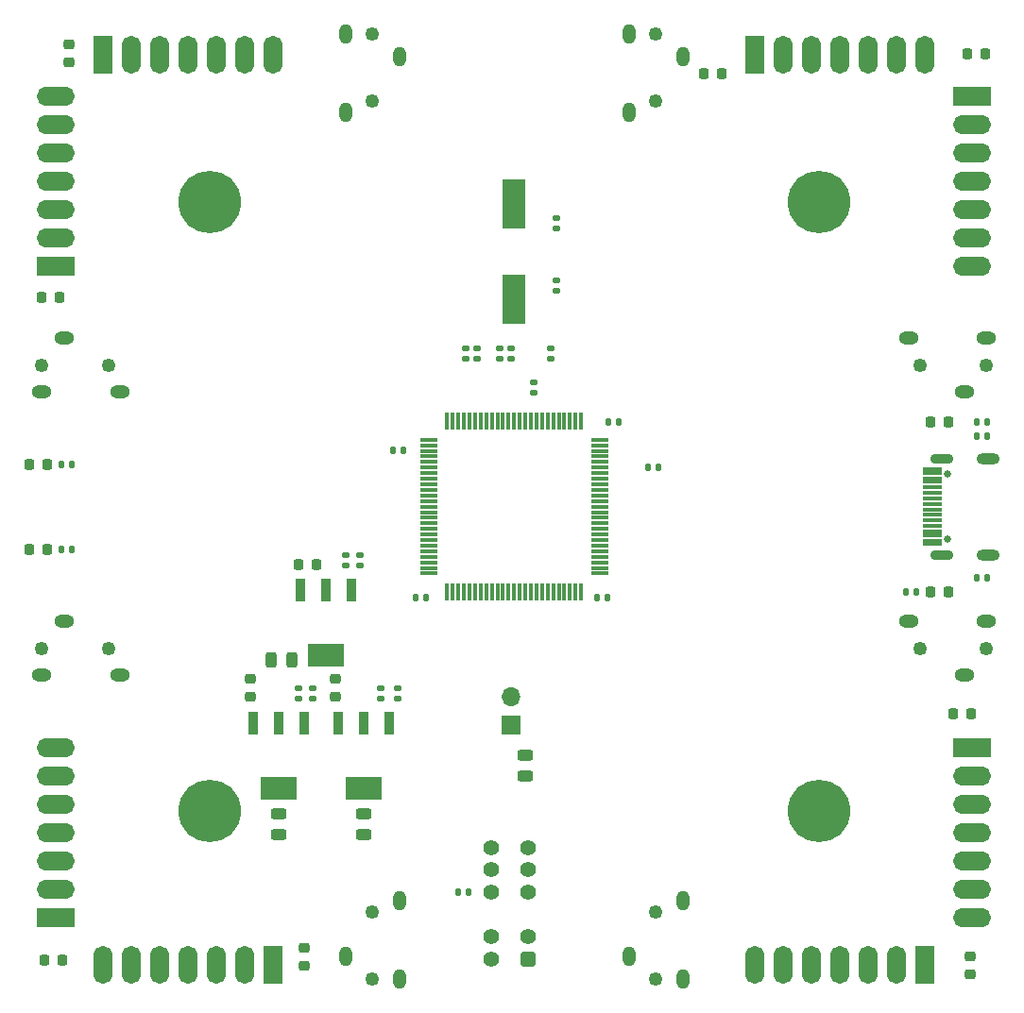
<source format=gts>
G04 #@! TF.GenerationSoftware,KiCad,Pcbnew,6.0.9-8da3e8f707~117~ubuntu22.04.1*
G04 #@! TF.CreationDate,2022-12-03T17:44:34-08:00*
G04 #@! TF.ProjectId,ch348_octo_serial,63683334-385f-46f6-9374-6f5f73657269,rev?*
G04 #@! TF.SameCoordinates,Original*
G04 #@! TF.FileFunction,Soldermask,Top*
G04 #@! TF.FilePolarity,Negative*
%FSLAX46Y46*%
G04 Gerber Fmt 4.6, Leading zero omitted, Abs format (unit mm)*
G04 Created by KiCad (PCBNEW 6.0.9-8da3e8f707~117~ubuntu22.04.1) date 2022-12-03 17:44:34*
%MOMM*%
%LPD*%
G01*
G04 APERTURE LIST*
G04 Aperture macros list*
%AMRoundRect*
0 Rectangle with rounded corners*
0 $1 Rounding radius*
0 $2 $3 $4 $5 $6 $7 $8 $9 X,Y pos of 4 corners*
0 Add a 4 corners polygon primitive as box body*
4,1,4,$2,$3,$4,$5,$6,$7,$8,$9,$2,$3,0*
0 Add four circle primitives for the rounded corners*
1,1,$1+$1,$2,$3*
1,1,$1+$1,$4,$5*
1,1,$1+$1,$6,$7*
1,1,$1+$1,$8,$9*
0 Add four rect primitives between the rounded corners*
20,1,$1+$1,$2,$3,$4,$5,0*
20,1,$1+$1,$4,$5,$6,$7,0*
20,1,$1+$1,$6,$7,$8,$9,0*
20,1,$1+$1,$8,$9,$2,$3,0*%
G04 Aperture macros list end*
%ADD10RoundRect,0.218750X-0.218750X-0.256250X0.218750X-0.256250X0.218750X0.256250X-0.218750X0.256250X0*%
%ADD11R,0.950000X2.150000*%
%ADD12R,3.250000X2.150000*%
%ADD13R,1.700000X3.400000*%
%ADD14O,1.700000X3.400000*%
%ADD15RoundRect,0.147500X-0.172500X0.147500X-0.172500X-0.147500X0.172500X-0.147500X0.172500X0.147500X0*%
%ADD16R,1.700000X1.700000*%
%ADD17O,1.700000X1.700000*%
%ADD18R,3.400000X1.700000*%
%ADD19O,3.400000X1.700000*%
%ADD20C,1.250000*%
%ADD21O,1.799996X1.199896*%
%ADD22RoundRect,0.218750X0.256250X-0.218750X0.256250X0.218750X-0.256250X0.218750X-0.256250X-0.218750X0*%
%ADD23RoundRect,0.147500X0.172500X-0.147500X0.172500X0.147500X-0.172500X0.147500X-0.172500X-0.147500X0*%
%ADD24RoundRect,0.147500X0.147500X0.172500X-0.147500X0.172500X-0.147500X-0.172500X0.147500X-0.172500X0*%
%ADD25C,5.600000*%
%ADD26RoundRect,0.218750X-0.256250X0.218750X-0.256250X-0.218750X0.256250X-0.218750X0.256250X0.218750X0*%
%ADD27RoundRect,0.147500X-0.147500X-0.172500X0.147500X-0.172500X0.147500X0.172500X-0.147500X0.172500X0*%
%ADD28O,1.199896X1.799996*%
%ADD29RoundRect,0.243750X-0.456250X0.243750X-0.456250X-0.243750X0.456250X-0.243750X0.456250X0.243750X0*%
%ADD30RoundRect,0.218750X0.218750X0.256250X-0.218750X0.256250X-0.218750X-0.256250X0.218750X-0.256250X0*%
%ADD31R,2.000000X4.500000*%
%ADD32RoundRect,0.243750X0.243750X0.456250X-0.243750X0.456250X-0.243750X-0.456250X0.243750X-0.456250X0*%
%ADD33RoundRect,0.350000X0.350000X-0.350000X0.350000X0.350000X-0.350000X0.350000X-0.350000X-0.350000X0*%
%ADD34C,1.400000*%
%ADD35C,0.650000*%
%ADD36R,1.750000X0.300000*%
%ADD37O,2.100000X1.000000*%
%ADD38O,2.100000X0.900000*%
%ADD39RoundRect,0.075000X-0.075000X0.725000X-0.075000X-0.725000X0.075000X-0.725000X0.075000X0.725000X0*%
%ADD40RoundRect,0.075000X-0.725000X0.075000X-0.725000X-0.075000X0.725000X-0.075000X0.725000X0.075000X0*%
G04 APERTURE END LIST*
D10*
G04 #@! TO.C,C18*
X152374500Y-102362000D03*
X153949500Y-102362000D03*
G04 #@! TD*
D11*
G04 #@! TO.C,VR1*
X98439000Y-91334000D03*
X96139000Y-91334000D03*
X93839000Y-91334000D03*
D12*
X96139000Y-97134000D03*
G04 #@! TD*
D13*
G04 #@! TO.C,J12*
X134615000Y-43325000D03*
D14*
X137155000Y-43325000D03*
X139695000Y-43325000D03*
X142235000Y-43325000D03*
X144775000Y-43325000D03*
X147315000Y-43325000D03*
X149855000Y-43325000D03*
G04 #@! TD*
D15*
G04 #@! TO.C,C9*
X116840000Y-57935000D03*
X116840000Y-58905000D03*
G04 #@! TD*
D16*
G04 #@! TO.C,J6*
X112776000Y-103383000D03*
D17*
X112776000Y-100843000D03*
G04 #@! TD*
D18*
G04 #@! TO.C,J16*
X71970000Y-62230000D03*
D19*
X71970000Y-59690000D03*
X71970000Y-57150000D03*
X71970000Y-54610000D03*
X71970000Y-52070000D03*
X71970000Y-49530000D03*
X71970000Y-46990000D03*
G04 #@! TD*
D10*
G04 #@! TO.C,D4*
X69570500Y-87630000D03*
X71145500Y-87630000D03*
G04 #@! TD*
D20*
G04 #@! TO.C,J15*
X70680000Y-71120000D03*
X76680000Y-71120000D03*
D21*
X72680000Y-68720000D03*
X70680000Y-73520000D03*
X77680000Y-73520000D03*
G04 #@! TD*
D22*
G04 #@! TO.C,C25*
X153924000Y-125755500D03*
X153924000Y-124180500D03*
G04 #@! TD*
D23*
G04 #@! TO.C,C7*
X112776000Y-70589000D03*
X112776000Y-69619000D03*
G04 #@! TD*
D24*
G04 #@! TO.C,R12*
X125961000Y-80264000D03*
X124991000Y-80264000D03*
G04 #@! TD*
D10*
G04 #@! TO.C,C1*
X93700500Y-89027000D03*
X95275500Y-89027000D03*
G04 #@! TD*
D18*
G04 #@! TO.C,J8*
X154090000Y-105410000D03*
D19*
X154090000Y-107950000D03*
X154090000Y-110490000D03*
X154090000Y-113030000D03*
X154090000Y-115570000D03*
X154090000Y-118110000D03*
X154090000Y-120650000D03*
G04 #@! TD*
D23*
G04 #@! TO.C,R3*
X99187000Y-89131000D03*
X99187000Y-88161000D03*
G04 #@! TD*
G04 #@! TO.C,R5*
X94996000Y-101069000D03*
X94996000Y-100099000D03*
G04 #@! TD*
G04 #@! TO.C,R7*
X102616000Y-101069000D03*
X102616000Y-100099000D03*
G04 #@! TD*
D15*
G04 #@! TO.C,R13*
X116332000Y-69619000D03*
X116332000Y-70589000D03*
G04 #@! TD*
D24*
G04 #@! TO.C,C13*
X103101000Y-78740000D03*
X102131000Y-78740000D03*
G04 #@! TD*
D25*
G04 #@! TO.C,J2*
X140320000Y-56530000D03*
G04 #@! TD*
D26*
G04 #@! TO.C,C21*
X73152000Y-42392500D03*
X73152000Y-43967500D03*
G04 #@! TD*
D15*
G04 #@! TO.C,R10*
X111760000Y-69619000D03*
X111760000Y-70589000D03*
G04 #@! TD*
D24*
G04 #@! TO.C,C17*
X105133000Y-91948000D03*
X104163000Y-91948000D03*
G04 #@! TD*
D18*
G04 #@! TO.C,J10*
X154090000Y-46990000D03*
D19*
X154090000Y-49530000D03*
X154090000Y-52070000D03*
X154090000Y-54610000D03*
X154090000Y-57150000D03*
X154090000Y-59690000D03*
X154090000Y-62230000D03*
G04 #@! TD*
D27*
G04 #@! TO.C,C10*
X121435000Y-76200000D03*
X122405000Y-76200000D03*
G04 #@! TD*
D20*
G04 #@! TO.C,J9*
X155380000Y-71120000D03*
X149380000Y-71120000D03*
D21*
X153380000Y-73520000D03*
X155380000Y-68720000D03*
X148380000Y-68720000D03*
G04 #@! TD*
D20*
G04 #@! TO.C,J21*
X125730000Y-126170000D03*
X125730000Y-120170000D03*
D28*
X123330000Y-124170000D03*
X128130000Y-126170000D03*
X128130000Y-119170000D03*
G04 #@! TD*
D15*
G04 #@! TO.C,R4*
X93726000Y-100099000D03*
X93726000Y-101069000D03*
G04 #@! TD*
D24*
G04 #@! TO.C,R11*
X155425000Y-76200000D03*
X154455000Y-76200000D03*
G04 #@! TD*
D25*
G04 #@! TO.C,J3*
X85740000Y-56530000D03*
G04 #@! TD*
D26*
G04 #@! TO.C,C24*
X94234000Y-123418500D03*
X94234000Y-124993500D03*
G04 #@! TD*
D18*
G04 #@! TO.C,J18*
X71970000Y-120650000D03*
D19*
X71970000Y-118110000D03*
X71970000Y-115570000D03*
X71970000Y-113030000D03*
X71970000Y-110490000D03*
X71970000Y-107950000D03*
X71970000Y-105410000D03*
G04 #@! TD*
D23*
G04 #@! TO.C,C8*
X116840000Y-64470000D03*
X116840000Y-63500000D03*
G04 #@! TD*
D29*
G04 #@! TO.C,C5*
X91948000Y-111330500D03*
X91948000Y-113205500D03*
G04 #@! TD*
D10*
G04 #@! TO.C,D3*
X69570500Y-80010000D03*
X71145500Y-80010000D03*
G04 #@! TD*
D29*
G04 #@! TO.C,C6*
X99568000Y-111330500D03*
X99568000Y-113205500D03*
G04 #@! TD*
D30*
G04 #@! TO.C,D1*
X151917500Y-91440000D03*
X150342500Y-91440000D03*
G04 #@! TD*
D23*
G04 #@! TO.C,C11*
X114808000Y-73637000D03*
X114808000Y-72667000D03*
G04 #@! TD*
D27*
G04 #@! TO.C,R8*
X154455000Y-90170000D03*
X155425000Y-90170000D03*
G04 #@! TD*
D22*
G04 #@! TO.C,C2*
X89408000Y-100863500D03*
X89408000Y-99288500D03*
G04 #@! TD*
D10*
G04 #@! TO.C,D2*
X150342500Y-76200000D03*
X151917500Y-76200000D03*
G04 #@! TD*
D24*
G04 #@! TO.C,R14*
X73383000Y-80010000D03*
X72413000Y-80010000D03*
G04 #@! TD*
G04 #@! TO.C,R15*
X73383000Y-87630000D03*
X72413000Y-87630000D03*
G04 #@! TD*
D20*
G04 #@! TO.C,J11*
X125730000Y-47470000D03*
X125730000Y-41470000D03*
D28*
X128130000Y-43470000D03*
X123330000Y-41470000D03*
X123330000Y-48470000D03*
G04 #@! TD*
D29*
G04 #@! TO.C,C16*
X114046000Y-106123500D03*
X114046000Y-107998500D03*
G04 #@! TD*
D31*
G04 #@! TO.C,X1*
X113030000Y-65210000D03*
X113030000Y-56710000D03*
G04 #@! TD*
D24*
G04 #@! TO.C,R9*
X155425000Y-77470000D03*
X154455000Y-77470000D03*
G04 #@! TD*
D30*
G04 #@! TO.C,C22*
X72288500Y-65024000D03*
X70713500Y-65024000D03*
G04 #@! TD*
D13*
G04 #@! TO.C,J14*
X76195000Y-43325000D03*
D14*
X78735000Y-43325000D03*
X81275000Y-43325000D03*
X83815000Y-43325000D03*
X86355000Y-43325000D03*
X88895000Y-43325000D03*
X91435000Y-43325000D03*
G04 #@! TD*
D32*
G04 #@! TO.C,C4*
X93139500Y-97536000D03*
X91264500Y-97536000D03*
G04 #@! TD*
D30*
G04 #@! TO.C,C19*
X155219500Y-43180000D03*
X153644500Y-43180000D03*
G04 #@! TD*
D33*
G04 #@! TO.C,SW1*
X114287500Y-124380000D03*
D34*
X114287500Y-122380000D03*
X114287500Y-118380000D03*
X114287500Y-116380000D03*
X114287500Y-114380000D03*
X110987500Y-124380000D03*
X110987500Y-122380000D03*
X110987500Y-118380000D03*
X110987500Y-116380000D03*
X110987500Y-114380000D03*
G04 #@! TD*
D20*
G04 #@! TO.C,J19*
X100330000Y-126170000D03*
X100330000Y-120170000D03*
D28*
X97930000Y-124170000D03*
X102730000Y-126170000D03*
X102730000Y-119170000D03*
G04 #@! TD*
D13*
G04 #@! TO.C,J22*
X149860000Y-124880000D03*
D14*
X147320000Y-124880000D03*
X144780000Y-124880000D03*
X142240000Y-124880000D03*
X139700000Y-124880000D03*
X137160000Y-124880000D03*
X134620000Y-124880000D03*
G04 #@! TD*
D27*
G04 #@! TO.C,R1*
X148105000Y-91440000D03*
X149075000Y-91440000D03*
G04 #@! TD*
D35*
G04 #@! TO.C,J1*
X151860000Y-86710000D03*
X151860000Y-80930000D03*
D36*
X150520000Y-87170000D03*
X150520000Y-86370000D03*
X150520000Y-85070000D03*
X150520000Y-84070000D03*
X150520000Y-83570000D03*
X150520000Y-82570000D03*
X150520000Y-81270000D03*
X150520000Y-80470000D03*
X150520000Y-80770000D03*
X150520000Y-81570000D03*
X150520000Y-82070000D03*
X150520000Y-83070000D03*
X150520000Y-84570000D03*
X150520000Y-85570000D03*
X150520000Y-86070000D03*
X150520000Y-86870000D03*
D37*
X155540000Y-79500000D03*
X155540000Y-88140000D03*
D38*
X151360000Y-88140000D03*
X151360000Y-79500000D03*
G04 #@! TD*
D39*
G04 #@! TO.C,U1*
X119030000Y-76145000D03*
X118530000Y-76145000D03*
X118030000Y-76145000D03*
X117530000Y-76145000D03*
X117030000Y-76145000D03*
X116530000Y-76145000D03*
X116030000Y-76145000D03*
X115530000Y-76145000D03*
X115030000Y-76145000D03*
X114530000Y-76145000D03*
X114030000Y-76145000D03*
X113530000Y-76145000D03*
X113030000Y-76145000D03*
X112530000Y-76145000D03*
X112030000Y-76145000D03*
X111530000Y-76145000D03*
X111030000Y-76145000D03*
X110530000Y-76145000D03*
X110030000Y-76145000D03*
X109530000Y-76145000D03*
X109030000Y-76145000D03*
X108530000Y-76145000D03*
X108030000Y-76145000D03*
X107530000Y-76145000D03*
X107030000Y-76145000D03*
D40*
X105355000Y-77820000D03*
X105355000Y-78320000D03*
X105355000Y-78820000D03*
X105355000Y-79320000D03*
X105355000Y-79820000D03*
X105355000Y-80320000D03*
X105355000Y-80820000D03*
X105355000Y-81320000D03*
X105355000Y-81820000D03*
X105355000Y-82320000D03*
X105355000Y-82820000D03*
X105355000Y-83320000D03*
X105355000Y-83820000D03*
X105355000Y-84320000D03*
X105355000Y-84820000D03*
X105355000Y-85320000D03*
X105355000Y-85820000D03*
X105355000Y-86320000D03*
X105355000Y-86820000D03*
X105355000Y-87320000D03*
X105355000Y-87820000D03*
X105355000Y-88320000D03*
X105355000Y-88820000D03*
X105355000Y-89320000D03*
X105355000Y-89820000D03*
D39*
X107030000Y-91495000D03*
X107530000Y-91495000D03*
X108030000Y-91495000D03*
X108530000Y-91495000D03*
X109030000Y-91495000D03*
X109530000Y-91495000D03*
X110030000Y-91495000D03*
X110530000Y-91495000D03*
X111030000Y-91495000D03*
X111530000Y-91495000D03*
X112030000Y-91495000D03*
X112530000Y-91495000D03*
X113030000Y-91495000D03*
X113530000Y-91495000D03*
X114030000Y-91495000D03*
X114530000Y-91495000D03*
X115030000Y-91495000D03*
X115530000Y-91495000D03*
X116030000Y-91495000D03*
X116530000Y-91495000D03*
X117030000Y-91495000D03*
X117530000Y-91495000D03*
X118030000Y-91495000D03*
X118530000Y-91495000D03*
X119030000Y-91495000D03*
D40*
X120705000Y-89820000D03*
X120705000Y-89320000D03*
X120705000Y-88820000D03*
X120705000Y-88320000D03*
X120705000Y-87820000D03*
X120705000Y-87320000D03*
X120705000Y-86820000D03*
X120705000Y-86320000D03*
X120705000Y-85820000D03*
X120705000Y-85320000D03*
X120705000Y-84820000D03*
X120705000Y-84320000D03*
X120705000Y-83820000D03*
X120705000Y-83320000D03*
X120705000Y-82820000D03*
X120705000Y-82320000D03*
X120705000Y-81820000D03*
X120705000Y-81320000D03*
X120705000Y-80820000D03*
X120705000Y-80320000D03*
X120705000Y-79820000D03*
X120705000Y-79320000D03*
X120705000Y-78820000D03*
X120705000Y-78320000D03*
X120705000Y-77820000D03*
G04 #@! TD*
D25*
G04 #@! TO.C,J4*
X140320000Y-111110000D03*
G04 #@! TD*
D27*
G04 #@! TO.C,C15*
X120419000Y-91948000D03*
X121389000Y-91948000D03*
G04 #@! TD*
D10*
G04 #@! TO.C,C23*
X70967500Y-124460000D03*
X72542500Y-124460000D03*
G04 #@! TD*
D23*
G04 #@! TO.C,C14*
X109728000Y-70589000D03*
X109728000Y-69619000D03*
G04 #@! TD*
G04 #@! TO.C,C12*
X108712000Y-70589000D03*
X108712000Y-69619000D03*
G04 #@! TD*
D15*
G04 #@! TO.C,R2*
X97917000Y-88161000D03*
X97917000Y-89131000D03*
G04 #@! TD*
D22*
G04 #@! TO.C,C3*
X97028000Y-100863500D03*
X97028000Y-99288500D03*
G04 #@! TD*
D24*
G04 #@! TO.C,R16*
X108943000Y-118364000D03*
X107973000Y-118364000D03*
G04 #@! TD*
D30*
G04 #@! TO.C,C20*
X131597500Y-44958000D03*
X130022500Y-44958000D03*
G04 #@! TD*
D25*
G04 #@! TO.C,J5*
X85740000Y-111110000D03*
G04 #@! TD*
D11*
G04 #@! TO.C,VR3*
X101868000Y-103272000D03*
X99568000Y-103272000D03*
X97268000Y-103272000D03*
D12*
X99568000Y-109072000D03*
G04 #@! TD*
D13*
G04 #@! TO.C,J20*
X91440000Y-124880000D03*
D14*
X88900000Y-124880000D03*
X86360000Y-124880000D03*
X83820000Y-124880000D03*
X81280000Y-124880000D03*
X78740000Y-124880000D03*
X76200000Y-124880000D03*
G04 #@! TD*
D15*
G04 #@! TO.C,R6*
X101092000Y-100099000D03*
X101092000Y-101069000D03*
G04 #@! TD*
D20*
G04 #@! TO.C,J17*
X76680000Y-96520000D03*
X70680000Y-96520000D03*
D21*
X72680000Y-94120000D03*
X70680000Y-98920000D03*
X77680000Y-98920000D03*
G04 #@! TD*
D11*
G04 #@! TO.C,VR2*
X94248000Y-103272000D03*
X91948000Y-103272000D03*
X89648000Y-103272000D03*
D12*
X91948000Y-109072000D03*
G04 #@! TD*
D20*
G04 #@! TO.C,J13*
X100330000Y-41470000D03*
X100330000Y-47470000D03*
D28*
X102730000Y-43470000D03*
X97930000Y-41470000D03*
X97930000Y-48470000D03*
G04 #@! TD*
D20*
G04 #@! TO.C,J7*
X155380000Y-96520000D03*
X149380000Y-96520000D03*
D21*
X153380000Y-98920000D03*
X155380000Y-94120000D03*
X148380000Y-94120000D03*
G04 #@! TD*
M02*

</source>
